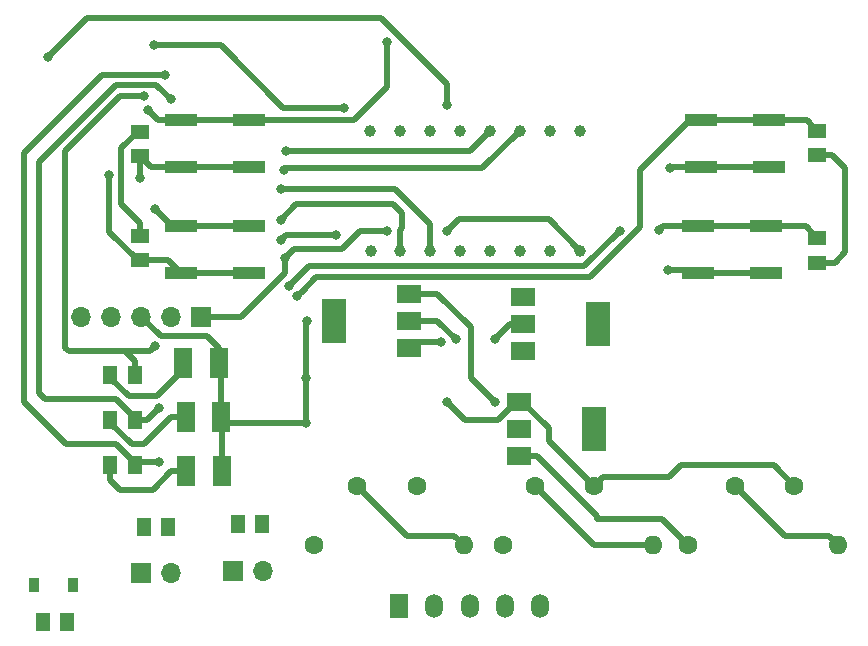
<source format=gbr>
G04 #@! TF.GenerationSoftware,KiCad,Pcbnew,no-vcs-found-a35cc44~61~ubuntu16.04.1*
G04 #@! TF.CreationDate,2018-02-08T08:45:13-05:00*
G04 #@! TF.ProjectId,D21_2550,4432315F323535302E6B696361645F70,rev?*
G04 #@! TF.SameCoordinates,Original*
G04 #@! TF.FileFunction,Copper,L1,Top,Signal*
G04 #@! TF.FilePolarity,Positive*
%FSLAX46Y46*%
G04 Gerber Fmt 4.6, Leading zero omitted, Abs format (unit mm)*
G04 Created by KiCad (PCBNEW no-vcs-found-a35cc44~61~ubuntu16.04.1) date Thu Feb  8 08:45:13 2018*
%MOMM*%
%LPD*%
G01*
G04 APERTURE LIST*
%ADD10R,1.145000X1.500000*%
%ADD11R,1.500000X1.145000*%
%ADD12R,2.000000X3.800000*%
%ADD13R,2.000000X1.500000*%
%ADD14R,1.500000X2.000000*%
%ADD15O,1.500000X2.000000*%
%ADD16R,1.700000X1.700000*%
%ADD17O,1.700000X1.700000*%
%ADD18C,1.600000*%
%ADD19R,0.900000X1.200000*%
%ADD20O,1.600000X1.600000*%
%ADD21C,1.000000*%
%ADD22R,2.750000X1.000000*%
%ADD23R,1.500000X2.600000*%
%ADD24C,0.800000*%
%ADD25C,0.500000*%
G04 APERTURE END LIST*
D10*
X85500000Y-93500000D03*
X83415000Y-93500000D03*
X91939000Y-85436000D03*
X94024000Y-85436000D03*
X102000000Y-85190000D03*
X99915000Y-85190000D03*
D11*
X91640000Y-51997500D03*
X91640000Y-54082500D03*
X91640000Y-60810000D03*
X91640000Y-62895000D03*
X149000000Y-51915000D03*
X149000000Y-54000000D03*
X149000000Y-61000000D03*
X149000000Y-63085000D03*
D10*
X89101000Y-80264000D03*
X91186000Y-80264000D03*
X91186000Y-76454000D03*
X89101000Y-76454000D03*
X89101000Y-72644000D03*
X91186000Y-72644000D03*
D12*
X108090000Y-68050000D03*
D13*
X114390000Y-68050000D03*
X114390000Y-65750000D03*
X114390000Y-70350000D03*
X124100000Y-66000000D03*
X124100000Y-70600000D03*
X124100000Y-68300000D03*
D12*
X130400000Y-68300000D03*
X130060000Y-77190000D03*
D13*
X123760000Y-77190000D03*
X123760000Y-79490000D03*
X123760000Y-74890000D03*
D14*
X113538000Y-92202000D03*
D15*
X116538000Y-92202000D03*
X119538000Y-92202000D03*
X122538000Y-92202000D03*
X125538000Y-92202000D03*
D16*
X91694000Y-89408000D03*
D17*
X94234000Y-89408000D03*
X102040000Y-89190000D03*
D16*
X99500000Y-89190000D03*
X96830000Y-67690000D03*
D17*
X94290000Y-67690000D03*
X91750000Y-67690000D03*
X89210000Y-67690000D03*
X86670000Y-67690000D03*
D18*
X125050000Y-82030000D03*
X130050000Y-82030000D03*
X115050000Y-82030000D03*
X110050000Y-82030000D03*
X142050000Y-82030000D03*
X147050000Y-82030000D03*
D19*
X82678000Y-90424000D03*
X85978000Y-90424000D03*
D18*
X122350000Y-87030000D03*
D20*
X135050000Y-87030000D03*
X119050000Y-87030000D03*
D18*
X106350000Y-87030000D03*
X138050000Y-87030000D03*
D20*
X150750000Y-87030000D03*
D21*
X111230000Y-62080000D03*
X113650000Y-62080000D03*
X116190000Y-62080000D03*
X118730000Y-62080000D03*
X121270000Y-62080000D03*
X123810000Y-62080000D03*
X126350000Y-62080000D03*
X128890000Y-62080000D03*
X128890000Y-51920000D03*
X126350000Y-51920000D03*
X123810000Y-51920000D03*
X121270000Y-51920000D03*
X118730000Y-51920000D03*
X116190000Y-51920000D03*
X113650000Y-51920000D03*
X111110000Y-51920000D03*
D22*
X100880000Y-51000000D03*
X95120000Y-51000000D03*
X95120000Y-55000000D03*
X100880000Y-55000000D03*
X100880000Y-60000000D03*
X95120000Y-60000000D03*
X95120000Y-64000000D03*
X100880000Y-64000000D03*
X144880000Y-51000000D03*
X139120000Y-51000000D03*
X139120000Y-55000000D03*
X144880000Y-55000000D03*
X144670000Y-64000000D03*
X138910000Y-64000000D03*
X138910000Y-60000000D03*
X144670000Y-60000000D03*
D23*
X98552000Y-80772000D03*
X95552000Y-80772000D03*
X95528000Y-76200000D03*
X98528000Y-76200000D03*
X98298000Y-71628000D03*
X95298000Y-71628000D03*
D24*
X105781339Y-68028179D03*
X105664000Y-76708000D03*
X105664000Y-72898000D03*
X112522000Y-44450000D03*
X92339083Y-50190917D03*
X136380000Y-63690000D03*
X136540000Y-55110000D03*
X92950000Y-58560000D03*
X103590000Y-59450000D03*
X103600000Y-56840000D03*
X112522000Y-60452000D03*
X117602000Y-60452000D03*
X103886000Y-62738000D03*
X103830000Y-55270000D03*
X103980000Y-53660000D03*
X103618714Y-61168543D03*
X108220000Y-60740000D03*
X121666000Y-74930000D03*
X92830000Y-44680000D03*
X108930000Y-49970000D03*
X83820000Y-45720000D03*
X117602000Y-49784000D03*
X91620010Y-55920000D03*
X89050000Y-55640000D03*
X104915236Y-65953246D03*
X104296082Y-65044030D03*
X135589990Y-60370000D03*
X132290000Y-60380000D03*
X93218000Y-80010000D03*
X93726000Y-47244000D03*
X93218000Y-75438000D03*
X94234000Y-49276000D03*
X92928569Y-70165640D03*
X91948000Y-49022000D03*
X118364000Y-69596000D03*
X121666000Y-69596000D03*
X117094000Y-69850000D03*
X117602000Y-74930000D03*
D25*
X105664000Y-72898000D02*
X105664000Y-68145518D01*
X105664000Y-68145518D02*
X105781339Y-68028179D01*
X144670000Y-64000000D02*
X138910000Y-64000000D01*
X91750000Y-67690000D02*
X93402000Y-69342000D01*
X98298000Y-70358000D02*
X98298000Y-71628000D01*
X93402000Y-69342000D02*
X97282000Y-69342000D01*
X97282000Y-69342000D02*
X98298000Y-70358000D01*
X98552000Y-80772000D02*
X98552000Y-76224000D01*
X98552000Y-76224000D02*
X98528000Y-76200000D01*
X98528000Y-76200000D02*
X98528000Y-71858000D01*
X98528000Y-71858000D02*
X98298000Y-71628000D01*
X105664000Y-76708000D02*
X99036000Y-76708000D01*
X99036000Y-76708000D02*
X98528000Y-76200000D01*
X105664000Y-72898000D02*
X105664000Y-76708000D01*
X109782000Y-51000000D02*
X112522000Y-48260000D01*
X112522000Y-48260000D02*
X112522000Y-44450000D01*
X100880000Y-51000000D02*
X109782000Y-51000000D01*
X95120000Y-51000000D02*
X93148166Y-51000000D01*
X92739082Y-50590916D02*
X92339083Y-50190917D01*
X93148166Y-51000000D02*
X92739082Y-50590916D01*
X136380000Y-63690000D02*
X138600000Y-63690000D01*
X138600000Y-63690000D02*
X138910000Y-64000000D01*
X139120000Y-55000000D02*
X136650000Y-55000000D01*
X136650000Y-55000000D02*
X136540000Y-55110000D01*
X139120000Y-55000000D02*
X144880000Y-55000000D01*
X95120000Y-60000000D02*
X94390000Y-60000000D01*
X94390000Y-60000000D02*
X92950000Y-58560000D01*
X100880000Y-51000000D02*
X95120000Y-51000000D01*
X95120000Y-60000000D02*
X96995000Y-60000000D01*
X96995000Y-60000000D02*
X100880000Y-60000000D01*
X89951000Y-82364000D02*
X89101000Y-81514000D01*
X92710000Y-82364000D02*
X89951000Y-82364000D01*
X94302000Y-80772000D02*
X92710000Y-82364000D01*
X95552000Y-80772000D02*
X94302000Y-80772000D01*
X89101000Y-81514000D02*
X89101000Y-80264000D01*
X91992000Y-78486000D02*
X90955500Y-78486000D01*
X89101000Y-76631500D02*
X89101000Y-76454000D01*
X90955500Y-78486000D02*
X89101000Y-76631500D01*
X94278000Y-76200000D02*
X91992000Y-78486000D01*
X95528000Y-76200000D02*
X94278000Y-76200000D01*
X93077500Y-74398500D02*
X95298000Y-72178000D01*
X90678000Y-74398500D02*
X93077500Y-74398500D01*
X89101000Y-72821500D02*
X90678000Y-74398500D01*
X89101000Y-72644000D02*
X89101000Y-72821500D01*
X95298000Y-72178000D02*
X95298000Y-71628000D01*
X113792000Y-58928000D02*
X113030000Y-58166000D01*
X113792000Y-60168000D02*
X113792000Y-58928000D01*
X113650000Y-60310000D02*
X113792000Y-60168000D01*
X113650000Y-62080000D02*
X113650000Y-60310000D01*
X113030000Y-58166000D02*
X104874000Y-58166000D01*
X104874000Y-58166000D02*
X103590000Y-59450000D01*
X103600000Y-56840000D02*
X113190000Y-56840000D01*
X113190000Y-56840000D02*
X116190000Y-59840000D01*
X116190000Y-59840000D02*
X116190000Y-62080000D01*
X108712000Y-61976000D02*
X104648000Y-61976000D01*
X104648000Y-61976000D02*
X103886000Y-62738000D01*
X110236000Y-60452000D02*
X108712000Y-61976000D01*
X112522000Y-60452000D02*
X110236000Y-60452000D01*
X126246000Y-59436000D02*
X118618000Y-59436000D01*
X118618000Y-59436000D02*
X117602000Y-60452000D01*
X128890000Y-62080000D02*
X126246000Y-59436000D01*
X103886000Y-62992000D02*
X103886000Y-62738000D01*
X103886000Y-64008000D02*
X103886000Y-62992000D01*
X100204000Y-67690000D02*
X103886000Y-64008000D01*
X96830000Y-67690000D02*
X100204000Y-67690000D01*
X123810000Y-51920000D02*
X120630000Y-55100000D01*
X104000000Y-55100000D02*
X103830000Y-55270000D01*
X120630000Y-55100000D02*
X104000000Y-55100000D01*
X104585685Y-53620000D02*
X119570000Y-53620000D01*
X119570000Y-53620000D02*
X121270000Y-51920000D01*
X103980000Y-53660000D02*
X104545685Y-53660000D01*
X104545685Y-53660000D02*
X104585685Y-53620000D01*
X104018713Y-60768544D02*
X103618714Y-61168543D01*
X104047257Y-60740000D02*
X104018713Y-60768544D01*
X108220000Y-60740000D02*
X104047257Y-60740000D01*
X90050000Y-58147500D02*
X90050000Y-53410000D01*
X90050000Y-53410000D02*
X91462500Y-51997500D01*
X91462500Y-51997500D02*
X91640000Y-51997500D01*
X91640000Y-60810000D02*
X91640000Y-59737500D01*
X91640000Y-59737500D02*
X90050000Y-58147500D01*
X151330000Y-62220000D02*
X150465000Y-63085000D01*
X151330000Y-55080000D02*
X151330000Y-62220000D01*
X150250000Y-54000000D02*
X151330000Y-55080000D01*
X149000000Y-54000000D02*
X150250000Y-54000000D01*
X150465000Y-63085000D02*
X149000000Y-63085000D01*
X121666000Y-74930000D02*
X119634000Y-72898000D01*
X119634000Y-72898000D02*
X119634000Y-68580000D01*
X119634000Y-68580000D02*
X116804000Y-65750000D01*
X116804000Y-65750000D02*
X114390000Y-65750000D01*
X130302000Y-84836000D02*
X130302000Y-84532000D01*
X125260000Y-79490000D02*
X123760000Y-79490000D01*
X130302000Y-84532000D02*
X125260000Y-79490000D01*
X135856000Y-84836000D02*
X130302000Y-84836000D01*
X138050000Y-87030000D02*
X135856000Y-84836000D01*
X108930000Y-49970000D02*
X103770000Y-49970000D01*
X103770000Y-49970000D02*
X98480000Y-44680000D01*
X98480000Y-44680000D02*
X93395685Y-44680000D01*
X93395685Y-44680000D02*
X92830000Y-44680000D01*
X112014000Y-42418000D02*
X87122000Y-42418000D01*
X87122000Y-42418000D02*
X83820000Y-45720000D01*
X117602000Y-48006000D02*
X112014000Y-42418000D01*
X117602000Y-49784000D02*
X117602000Y-48006000D01*
X91640000Y-54082500D02*
X91640000Y-55900010D01*
X91640000Y-55900010D02*
X91620010Y-55920000D01*
X95120000Y-55000000D02*
X100880000Y-55000000D01*
X95120000Y-55000000D02*
X92557500Y-55000000D01*
X92557500Y-55000000D02*
X91640000Y-54082500D01*
X89050000Y-56205685D02*
X89050000Y-55640000D01*
X89050000Y-60482500D02*
X89050000Y-56205685D01*
X91462500Y-62895000D02*
X89050000Y-60482500D01*
X91640000Y-62895000D02*
X91462500Y-62895000D01*
X95120000Y-64000000D02*
X96995000Y-64000000D01*
X96995000Y-64000000D02*
X100880000Y-64000000D01*
X91640000Y-62895000D02*
X94015000Y-62895000D01*
X94015000Y-62895000D02*
X95120000Y-64000000D01*
X106568482Y-64300000D02*
X105315235Y-65553247D01*
X138245000Y-51000000D02*
X133980000Y-55265000D01*
X139120000Y-51000000D02*
X138245000Y-51000000D01*
X133980000Y-55265000D02*
X133980000Y-60100000D01*
X105315235Y-65553247D02*
X104915236Y-65953246D01*
X129780000Y-64300000D02*
X106568482Y-64300000D01*
X133980000Y-60100000D02*
X129780000Y-64300000D01*
X144880000Y-51000000D02*
X148085000Y-51000000D01*
X148085000Y-51000000D02*
X149000000Y-51915000D01*
X139120000Y-51000000D02*
X144880000Y-51000000D01*
X105940112Y-63400000D02*
X104696081Y-64644031D01*
X132290000Y-60380000D02*
X129270000Y-63400000D01*
X129270000Y-63400000D02*
X105940112Y-63400000D01*
X104696081Y-64644031D02*
X104296082Y-65044030D01*
X138910000Y-60000000D02*
X135959990Y-60000000D01*
X135959990Y-60000000D02*
X135589990Y-60370000D01*
X144670000Y-60000000D02*
X148000000Y-60000000D01*
X148000000Y-60000000D02*
X149000000Y-61000000D01*
X138910000Y-60000000D02*
X144670000Y-60000000D01*
X93218000Y-80010000D02*
X91440000Y-80010000D01*
X91440000Y-80010000D02*
X91186000Y-80264000D01*
X81788000Y-53848000D02*
X88392000Y-47244000D01*
X88392000Y-47244000D02*
X93726000Y-47244000D01*
X81788000Y-74930000D02*
X81788000Y-53848000D01*
X85344000Y-78486000D02*
X81788000Y-74930000D01*
X89585500Y-78486000D02*
X85344000Y-78486000D01*
X91186000Y-80264000D02*
X91186000Y-80086500D01*
X91186000Y-80086500D02*
X89585500Y-78486000D01*
X91186000Y-76454000D02*
X92202000Y-76454000D01*
X92202000Y-76454000D02*
X93218000Y-75438000D01*
X94234000Y-49276000D02*
X93029998Y-48071998D01*
X93029998Y-48071998D02*
X89596002Y-48071998D01*
X91186000Y-76276500D02*
X91186000Y-76454000D01*
X89596002Y-48071998D02*
X83058000Y-54610000D01*
X89585500Y-74676000D02*
X91186000Y-76276500D01*
X83566000Y-74676000D02*
X89585500Y-74676000D01*
X83058000Y-74168000D02*
X83566000Y-74676000D01*
X83058000Y-54610000D02*
X83058000Y-74168000D01*
X92528570Y-70565639D02*
X92928569Y-70165640D01*
X92482209Y-70612000D02*
X92528570Y-70565639D01*
X90404000Y-70612000D02*
X92482209Y-70612000D01*
X85269999Y-53668001D02*
X89916000Y-49022000D01*
X89916000Y-49022000D02*
X91948000Y-49022000D01*
X85598000Y-70612000D02*
X85269999Y-70283999D01*
X85269999Y-70283999D02*
X85269999Y-53668001D01*
X90404000Y-70612000D02*
X85598000Y-70612000D01*
X91186000Y-72644000D02*
X91186000Y-71394000D01*
X91186000Y-71394000D02*
X90404000Y-70612000D01*
X118364000Y-69596000D02*
X116818000Y-68050000D01*
X116818000Y-68050000D02*
X114390000Y-68050000D01*
X121666000Y-69596000D02*
X122962000Y-68300000D01*
X122962000Y-68300000D02*
X124100000Y-68300000D01*
X126238000Y-78218000D02*
X126238000Y-77118000D01*
X126238000Y-77118000D02*
X124010000Y-74890000D01*
X124010000Y-74890000D02*
X123760000Y-74890000D01*
X130050000Y-82030000D02*
X126238000Y-78218000D01*
X137414000Y-80264000D02*
X145284000Y-80264000D01*
X145284000Y-80264000D02*
X147050000Y-82030000D01*
X136447999Y-81230001D02*
X137414000Y-80264000D01*
X130050000Y-82030000D02*
X130849999Y-81230001D01*
X130849999Y-81230001D02*
X136447999Y-81230001D01*
X117094000Y-69850000D02*
X114890000Y-69850000D01*
X114890000Y-69850000D02*
X114390000Y-70350000D01*
X121946000Y-76454000D02*
X119126000Y-76454000D01*
X119126000Y-76454000D02*
X117602000Y-74930000D01*
X123760000Y-74890000D02*
X123510000Y-74890000D01*
X123510000Y-74890000D02*
X121946000Y-76454000D01*
X135050000Y-87030000D02*
X130050000Y-87030000D01*
X130050000Y-87030000D02*
X125050000Y-82030000D01*
X119050000Y-87030000D02*
X118250001Y-86230001D01*
X118250001Y-86230001D02*
X114250001Y-86230001D01*
X114250001Y-86230001D02*
X110849999Y-82829999D01*
X110849999Y-82829999D02*
X110050000Y-82030000D01*
X150750000Y-87030000D02*
X149950001Y-86230001D01*
X149950001Y-86230001D02*
X146250001Y-86230001D01*
X142849999Y-82829999D02*
X142050000Y-82030000D01*
X146250001Y-86230001D02*
X142849999Y-82829999D01*
M02*

</source>
